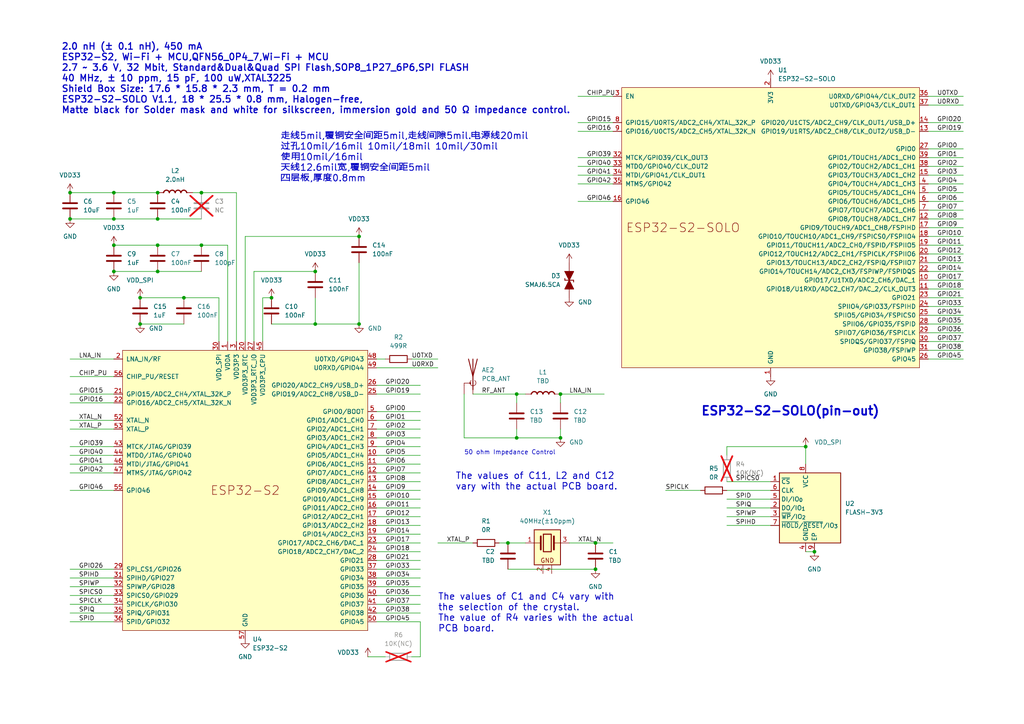
<source format=kicad_sch>
(kicad_sch (version 20250114) (generator "eeschema") (generator_version "9.0")
  (paper "A4")
  (lib_symbols
    (symbol "Device:Antenna_Shield" (pin_numbers (hide yes)) (pin_names (offset 1.016) (hide yes))
      (property "Reference" "AE" (at -1.905 4.445 0))
      (property "Value" "Antenna_Shield" (at -1.905 2.54 0))
      (symbol "Antenna_Shield_0_1"
        (arc (start 0 -2.667) (mid -0.8485 -2.1032) (end -0.508 -1.143))
        (polyline (pts (xy 0 5.08) (xy 0 -3.81)) (stroke (width 0.254)))
        (polyline (pts (xy 0 -2.54) (xy 0 0)))
        (arc (start 0.508 -1.143) (mid 0.8046 -2.0885) (end 0 -2.667))
        (polyline (pts (xy 0.762 -1.905) (xy 2.54 -1.905)))
        (circle (center 0.762 -1.905) (radius 0.1778) (fill (type outline)))
        (polyline (pts (xy 1.27 5.08) (xy 0 0) (xy -1.27 5.08)) (stroke (width 0.254)))
        (polyline (pts (xy 2.54 -2.54) (xy 2.54 -1.905)))
      )
      (symbol "Antenna_Shield_1_1"
        (pin input line (at 0 -5.08 90) (length 2.54) (name "A") (number "1"))
        (pin input line (at 2.54 -5.08 90) (length 2.54) (name "Shield") (number "2"))
      )
    )
    (symbol "Memory_Flash:W25Q128JVE"
      (property "Reference" "U" (at -6.35 11.43 0))
      (property "Value" "W25Q128JVE" (at 7.62 11.43 0))
      (symbol "W25Q128JVE_0_1"
        (rectangle (start -7.62 10.16) (end 10.16 -10.16) (stroke (width 0.254)) (fill (type background)))
      )
      (symbol "W25Q128JVE_1_1"
        (pin input line (at -10.16 7.62 0) (length 2.54) (name "~{CS}") (number "1"))
        (pin input line (at -10.16 5.08 0) (length 2.54) (name "CLK") (number "6"))
        (pin bidirectional line (at -10.16 2.54 0) (length 2.54) (name "DI/IO_{0}") (number "5"))
        (pin bidirectional line (at -10.16 0 0) (length 2.54) (name "DO/IO_{1}") (number "2"))
        (pin bidirectional line (at -10.16 -2.54 0) (length 2.54) (name "~{WP}/IO_{2}") (number "3"))
        (pin bidirectional line (at -10.16 -5.08 0) (length 2.54) (name "~{HOLD}/~{RESET}/IO_{3}") (number "7"))
        (pin power_in line (at 0 12.7 270) (length 2.54) (name "VCC") (number "8"))
        (pin power_in line (at 0 -12.7 90) (length 2.54) (name "GND") (number "4"))
        (pin passive line (at 2.54 -12.7 90) (length 2.54) (name "EP") (number "9"))
      )
    )
    (symbol "PCM_Capacitor_AKL:C_1206" (pin_numbers (hide yes)) (pin_names (offset 0.254))
      (property "Reference" "C" (at 0.635 2.54 0))
      (property "Value" "C_1206" (at 0.635 -2.54 0))
      (symbol "C_1206_0_1"
        (polyline (pts (xy -2.032 0.762) (xy 2.032 0.762)) (stroke (width 0.508)))
        (polyline (pts (xy -2.032 -0.762) (xy 2.032 -0.762)) (stroke (width 0.508)))
      )
      (symbol "C_1206_0_2"
        (polyline (pts (xy -2.54 -2.54) (xy -0.381 -0.381)))
        (polyline (pts (xy -0.508 -0.508) (xy -1.651 0.635)) (stroke (width 0.508)))
        (polyline (pts (xy -0.508 -0.508) (xy 0.635 -1.651)) (stroke (width 0.508)))
        (polyline (pts (xy 0.381 0.381) (xy 2.54 2.54)))
        (polyline (pts (xy 0.508 0.508) (xy -0.635 1.651)) (stroke (width 0.508)))
        (polyline (pts (xy 0.508 0.508) (xy 1.651 -0.635)) (stroke (width 0.508)))
      )
      (symbol "C_1206_1_1"
        (pin passive line (at 0 3.81 270) (length 2.794) (name "~") (number "1"))
        (pin passive line (at 0 -3.81 90) (length 2.794) (name "~") (number "2"))
      )
      (symbol "C_1206_1_2"
        (pin passive line (at -2.54 -2.54 90) (length 0) (name "~") (number "2"))
        (pin passive line (at 2.54 2.54 270) (length 0) (name "~") (number "1"))
      )
    )
    (symbol "PCM_Crystal_AKL:SMD3225-4" (pin_names (offset 1.016) (hide yes))
      (property "Reference" "X" (at 0 8.89 0))
      (property "Value" "SMD3225-4" (at 0 6.35 0))
      (symbol "SMD3225-4_0_1"
        (rectangle (start -3.81 3.81) (end 3.81 -6.35) (stroke (width 0.254)) (fill (type background)))
        (polyline (pts (xy -3.81 0) (xy -1.905 0)))
        (polyline (pts (xy -1.905 -1.905) (xy -1.905 1.905)) (stroke (width 0.508)))
        (rectangle (start -1.143 2.54) (end 1.143 -2.54) (stroke (width 0.3048)))
        (polyline (pts (xy 1.905 -1.905) (xy 1.905 1.905)) (stroke (width 0.508)))
        (polyline (pts (xy 3.81 0) (xy 1.905 0)))
        (text "GND" (at 0 -5.08 0) (effects (font (size 1.27 1.27))))
      )
      (symbol "SMD3225-4_1_1"
        (pin passive line (at -6.35 0 0) (length 2.54) (name "1") (number "1"))
        (pin passive line (at -1.27 -8.89 90) (length 2.54) (name "2") (number "2"))
        (pin passive line (at 1.27 -8.89 90) (length 2.54) (name "4") (number "4"))
        (pin passive line (at 6.35 0 180) (length 2.54) (name "3") (number "3"))
      )
    )
    (symbol "PCM_Diode_TVS_AKL:SMAJ6.5CA" (pin_numbers (hide yes)) (pin_names (offset 1.016) (hide yes))
      (property "Reference" "D" (at 0 5.08 0))
      (property "Value" "SMAJ6.5CA" (at 0 2.54 0))
      (symbol "SMAJ6.5CA_0_1"
        (polyline (pts (xy 0 1.27) (xy 0 -1.27)) (stroke (width 0.254)))
        (polyline (pts (xy 0 1.27) (xy 0.508 1.27)) (stroke (width 0.254)))
        (polyline (pts (xy 0 0) (xy -2.54 1.27) (xy -2.54 -1.27) (xy 0 0)) (stroke (width 0.254)) (fill (type outline)))
        (polyline (pts (xy 0 -1.27) (xy -0.508 -1.27)) (stroke (width 0.254)))
        (polyline (pts (xy 1.27 0) (xy -1.27 0)))
        (polyline (pts (xy 2.54 1.27) (xy 2.54 -1.27) (xy 0 0) (xy 2.54 1.27)) (stroke (width 0.254)) (fill (type outline)))
      )
      (symbol "SMAJ6.5CA_0_2"
        (polyline (pts (xy -3.81 -3.81) (xy 3.81 3.81)))
        (polyline (pts (xy -1.778 -1.778) (xy -2.667 -0.889) (xy 0 0) (xy -0.889 -2.667) (xy -1.778 -1.778)) (stroke (width 0.254)) (fill (type outline)))
        (polyline (pts (xy -0.889 0.889) (xy -1.27 0.508)) (stroke (width 0.254)))
        (polyline (pts (xy -0.889 0.889) (xy 0.889 -0.889)) (stroke (width 0.254)))
        (polyline (pts (xy 0.889 -0.889) (xy 1.27 -0.508)) (stroke (width 0.254)))
        (polyline (pts (xy 1.778 1.778) (xy 2.667 0.889) (xy 0 0) (xy 0.889 2.667) (xy 1.778 1.778)) (stroke (width 0.254)) (fill (type outline)))
      )
      (symbol "SMAJ6.5CA_1_1"
        (pin passive line (at -5.08 0 0) (length 2.54) (name "K") (number "1"))
        (pin passive line (at 5.08 0 180) (length 2.54) (name "A") (number "2"))
      )
      (symbol "SMAJ6.5CA_1_2"
        (pin passive line (at -3.81 -3.81 0) (length 0) (name "A") (number "2"))
        (pin passive line (at 3.81 3.81 180) (length 0) (name "K") (number "1"))
      )
    )
    (symbol "PCM_Elektuur:L" (pin_numbers (hide yes)) (pin_names (offset 0) (hide yes))
      (property "Reference" "L" (at 2.54 3.175 0))
      (property "Value" "L" (at 2.54 -3.175 0))
      (symbol "L_1_0"
        (arc (start 0 3.302) (mid 0.6604 2.5146) (end 0 1.7272) (stroke (width 0.254)))
        (arc (start 0 1.6256) (mid 0.6604 0.8382) (end 0 0.0508) (stroke (width 0.254)))
        (arc (start 0 -0.0508) (mid 0.6604 -0.8382) (end 0 -1.6256) (stroke (width 0.254)))
        (arc (start 0 -1.7272) (mid 0.6604 -2.5146) (end 0 -3.302) (stroke (width 0.254)))
        (arc (start 0 3.4036) (mid 0.762 2.5146) (end 0 1.6256) (stroke (width 0.254)))
        (arc (start 0 1.7272) (mid 0.762 0.8382) (end 0 -0.0508) (stroke (width 0.254)))
        (arc (start 0 0.0508) (mid 0.762 -0.8382) (end 0 -1.7272) (stroke (width 0.254)))
        (arc (start 0 -1.6256) (mid 0.762 -2.5146) (end 0 -3.4036) (stroke (width 0.254)))
        (polyline (pts (xy 0 3.5052) (xy 0 3.302)) (stroke (width 0.254)))
        (polyline (pts (xy 0 1.7272) (xy 0 1.6256)) (stroke (width 0.254)))
        (polyline (pts (xy 0 0.0508) (xy 0 -0.0508)) (stroke (width 0.254)))
        (polyline (pts (xy 0 -1.6256) (xy 0 -1.7272)) (stroke (width 0.254)))
        (polyline (pts (xy 0 -3.302) (xy 0 -3.5052)) (stroke (width 0.254)))
        (pin passive line (at 0 5.08 270) (length 1.5748) (name "+") (number "1"))
        (pin passive line (at 0 -5.08 90) (length 1.5748) (name "-") (number "2"))
      )
      (symbol "L_1_2"
        (rectangle (start 1.524 3.3782) (end 1.9812 -3.3782) (stroke (width 0.254)) (fill (type outline)))
      )
      (symbol "L_1_3"
        (rectangle (start 1.524 3.0988) (end 1.9812 1.9304) (stroke (width 0.254)) (fill (type outline)))
        (rectangle (start 1.524 1.4224) (end 1.9812 0.254) (stroke (width 0.254)) (fill (type outline)))
        (rectangle (start 1.524 -0.254) (end 1.9812 -1.4224) (stroke (width 0.254)) (fill (type outline)))
        (rectangle (start 1.524 -1.9304) (end 1.9812 -3.0988) (stroke (width 0.254)) (fill (type outline)))
      )
    )
    (symbol "PCM_Espressif:ESP32-S2" (pin_names (offset 1.016))
      (property "Reference" "U" (at -35.56 45.72 0))
      (property "Value" "ESP32-S2" (at -35.56 43.18 0))
      (symbol "ESP32-S2_0_0"
        (text "ESP32-S2" (at 0 0 0) (effects (font (size 2.54 2.54))))
      )
      (symbol "ESP32-S2_0_1"
        (rectangle (start -35.56 40.64) (end 35.56 -40.64) (fill (type background)))
      )
      (symbol "ESP32-S2_1_1"
        (pin bidirectional line (at -38.1 38.1 0) (length 2.54) (name "LNA_IN/RF") (number "2"))
        (pin bidirectional line (at -38.1 33.02 0) (length 2.54) (name "CHIP_PU/RESET") (number "56"))
        (pin bidirectional line (at -38.1 27.94 0) (length 2.54) (name "GPIO15/ADC2_CH4/XTAL_32K_P") (number "21"))
        (pin bidirectional line (at -38.1 25.4 0) (length 2.54) (name "GPIO16/ADC2_CH5/XTAL_32K_N") (number "22"))
        (pin output line (at -38.1 20.32 0) (length 2.54) (name "XTAL_N") (number "52"))
        (pin input line (at -38.1 17.78 0) (length 2.54) (name "XTAL_P") (number "53"))
        (pin input line (at -38.1 12.7 0) (length 2.54) (name "MTCK/JTAG/GPIO39") (number "43"))
        (pin output line (at -38.1 10.16 0) (length 2.54) (name "MTDO/JTAG/GPIO40") (number "44"))
        (pin input line (at -38.1 7.62 0) (length 2.54) (name "MTDI/JTAG/GPIO41") (number "46"))
        (pin output line (at -38.1 5.08 0) (length 2.54) (name "MTMS/JTAG/GPIO42") (number "47"))
        (pin input line (at -38.1 0 0) (length 2.54) (name "GPIO46") (number "55"))
        (pin bidirectional line (at -38.1 -22.86 0) (length 2.54) (name "SPI_CS1/GPIO26") (number "29"))
        (pin bidirectional line (at -38.1 -25.4 0) (length 2.54) (name "SPIHD/GPIO27") (number "31"))
        (pin bidirectional line (at -38.1 -27.94 0) (length 2.54) (name "SPIWP/GPIO28") (number "32"))
        (pin bidirectional line (at -38.1 -30.48 0) (length 2.54) (name "SPICS0/GPIO29") (number "33"))
        (pin bidirectional line (at -38.1 -33.02 0) (length 2.54) (name "SPICLK/GPIO30") (number "34"))
        (pin bidirectional line (at -38.1 -35.56 0) (length 2.54) (name "SPIQ/GPIO31") (number "35"))
        (pin bidirectional line (at -38.1 -38.1 0) (length 2.54) (name "SPID/GPIO32") (number "36"))
        (pin power_out line (at -7.62 43.18 270) (length 2.54) (name "VDD_SPI") (number "30"))
        (pin power_in line (at -5.08 43.18 270) (length 2.54) (name "VDDA") (number "1"))
        (pin passive line (at -5.08 43.18 270) (length 2.54) (hide yes) (name "VDDA") (number "51"))
        (pin passive line (at -5.08 43.18 270) (length 2.54) (hide yes) (name "VDDA") (number "54"))
        (pin power_in line (at -2.54 43.18 270) (length 2.54) (name "VDD3P3") (number "3"))
        (pin passive line (at -2.54 43.18 270) (length 2.54) (hide yes) (name "VDD3P3") (number "4"))
        (pin power_in line (at 0 43.18 270) (length 2.54) (name "VDD3P3_RTC") (number "20"))
        (pin power_in line (at 0 -43.18 90) (length 2.54) (name "GND") (number "57"))
        (pin power_in line (at 2.54 43.18 270) (length 2.54) (name "VDD3P3_RTC_IO") (number "27"))
        (pin power_in line (at 5.08 43.18 270) (length 2.54) (name "VDD3P3_CPU") (number "45"))
        (pin bidirectional line (at 38.1 38.1 180) (length 2.54) (name "U0TXD/GPIO43") (number "48"))
        (pin bidirectional line (at 38.1 35.56 180) (length 2.54) (name "U0RXD/GPIO44") (number "49"))
        (pin bidirectional line (at 38.1 30.48 180) (length 2.54) (name "GPIO20/ADC2_CH9/USB_D+") (number "26"))
        (pin bidirectional line (at 38.1 27.94 180) (length 2.54) (name "GPIO19/ADC2_CH8/USB_D-") (number "25"))
        (pin bidirectional line (at 38.1 22.86 180) (length 2.54) (name "GPIO0/BOOT") (number "5"))
        (pin bidirectional line (at 38.1 20.32 180) (length 2.54) (name "GPIO1/ADC1_CH0") (number "6"))
        (pin bidirectional line (at 38.1 17.78 180) (length 2.54) (name "GPIO2/ADC1_CH1") (number "7"))
        (pin bidirectional line (at 38.1 15.24 180) (length 2.54) (name "GPIO3/ADC1_CH2") (number "8"))
        (pin bidirectional line (at 38.1 12.7 180) (length 2.54) (name "GPIO4/ADC1_CH3") (number "9"))
        (pin bidirectional line (at 38.1 10.16 180) (length 2.54) (name "GPIO5/ADC1_CH4") (number "10"))
        (pin bidirectional line (at 38.1 7.62 180) (length 2.54) (name "GPIO6/ADC1_CH5") (number "11"))
        (pin bidirectional line (at 38.1 5.08 180) (length 2.54) (name "GPIO7/ADC1_CH6") (number "12"))
        (pin bidirectional line (at 38.1 2.54 180) (length 2.54) (name "GPIO8/ADC1_CH7") (number "13"))
        (pin bidirectional line (at 38.1 0 180) (length 2.54) (name "GPIO9/ADC1_CH8") (number "14"))
        (pin bidirectional line (at 38.1 -2.54 180) (length 2.54) (name "GPIO10/ADC1_CH9") (number "15"))
        (pin bidirectional line (at 38.1 -5.08 180) (length 2.54) (name "GPIO11/ADC2_CH0") (number "16"))
        (pin bidirectional line (at 38.1 -7.62 180) (length 2.54) (name "GPIO12/ADC2_CH1") (number "17"))
        (pin bidirectional line (at 38.1 -10.16 180) (length 2.54) (name "GPIO13/ADC2_CH2") (number "18"))
        (pin bidirectional line (at 38.1 -12.7 180) (length 2.54) (name "GPIO14/ADC2_CH3") (number "19"))
        (pin bidirectional line (at 38.1 -15.24 180) (length 2.54) (name "GPIO17/ADC2_CH6/DAC_1") (number "23"))
        (pin bidirectional line (at 38.1 -17.78 180) (length 2.54) (name "GPIO18/ADC2_CH7/DAC_2") (number "24"))
        (pin bidirectional line (at 38.1 -20.32 180) (length 2.54) (name "GPIO21") (number "28"))
        (pin bidirectional line (at 38.1 -22.86 180) (length 2.54) (name "GPIO33") (number "37"))
        (pin bidirectional line (at 38.1 -25.4 180) (length 2.54) (name "GPIO34") (number "38"))
        (pin bidirectional line (at 38.1 -27.94 180) (length 2.54) (name "GPIO35") (number "39"))
        (pin bidirectional line (at 38.1 -30.48 180) (length 2.54) (name "GPIO36") (number "40"))
        (pin bidirectional line (at 38.1 -33.02 180) (length 2.54) (name "GPIO37") (number "41"))
        (pin bidirectional line (at 38.1 -35.56 180) (length 2.54) (name "GPIO38") (number "42"))
        (pin bidirectional line (at 38.1 -38.1 180) (length 2.54) (name "GPIO45") (number "50"))
      )
    )
    (symbol "PCM_Espressif:ESP32-S2-SOLO" (pin_names (offset 1.016))
      (property "Reference" "U" (at -43.18 45.72 0))
      (property "Value" "ESP32-S2-SOLO" (at -43.18 43.18 0))
      (symbol "ESP32-S2-SOLO_0_1"
        (rectangle (start -43.18 40.64) (end 43.18 -40.64) (fill (type background)))
      )
      (symbol "ESP32-S2-SOLO_1_1"
        (text "ESP32-S2-SOLO" (at -25.4 0 0) (effects (font (size 2.54 2.54))))
        (pin bidirectional line (at -45.72 38.1 0) (length 2.54) (name "EN") (number "3"))
        (pin bidirectional line (at -45.72 30.48 0) (length 2.54) (name "GPIO15/U0RTS/ADC2_CH4/XTAL_32K_P") (number "8"))
        (pin bidirectional line (at -45.72 27.94 0) (length 2.54) (name "GPIO16/U0CTS/ADC2_CH5/XTAL_32K_N") (number "9"))
        (pin bidirectional line (at -45.72 20.32 0) (length 2.54) (name "MTCK/GPIO39/CLK_OUT3") (number "32"))
        (pin bidirectional line (at -45.72 17.78 0) (length 2.54) (name "MTDO/GPIO40/CLK_OUT2") (number "33"))
        (pin bidirectional line (at -45.72 15.24 0) (length 2.54) (name "MTDI/GPIO41/CLK_OUT1") (number "34"))
        (pin bidirectional line (at -45.72 12.7 0) (length 2.54) (name "MTMS/GPIO42") (number "35"))
        (pin input line (at -45.72 7.62 0) (length 2.54) (name "GPIO46") (number "16"))
        (pin power_in line (at 0 43.18 270) (length 2.54) (name "3V3") (number "2"))
        (pin power_in line (at 0 -43.18 90) (length 2.54) (name "GND") (number "1"))
        (pin passive line (at 0 -43.18 90) (length 2.54) (hide yes) (name "GND") (number "40"))
        (pin passive line (at 0 -43.18 90) (length 2.54) (hide yes) (name "GND") (number "41"))
        (pin bidirectional line (at 45.72 38.1 180) (length 2.54) (name "U0RXD/GPIO44/CLK_OUT2") (number "36"))
        (pin bidirectional line (at 45.72 35.56 180) (length 2.54) (name "U0TXD/GPIO43/CLK_OUT1") (number "37"))
        (pin bidirectional line (at 45.72 30.48 180) (length 2.54) (name "GPIO20/U1CTS/ADC2_CH9/CLK_OUT1/USB_D+") (number "14"))
        (pin bidirectional line (at 45.72 27.94 180) (length 2.54) (name "GPIO19/U1RTS/ADC2_CH8/CLK_OUT2/USB_D-") (number "13"))
        (pin bidirectional line (at 45.72 22.86 180) (length 2.54) (name "GPIO0") (number "27"))
        (pin bidirectional line (at 45.72 20.32 180) (length 2.54) (name "GPIO1/TOUCH1/ADC1_CH0") (number "39"))
        (pin bidirectional line (at 45.72 17.78 180) (length 2.54) (name "GPIO2/TOUCH2/ADC1_CH1") (number "38"))
        (pin bidirectional line (at 45.72 15.24 180) (length 2.54) (name "GPIO3/TOUCH3/ADC1_CH2") (number "15"))
        (pin bidirectional line (at 45.72 12.7 180) (length 2.54) (name "GPIO4/TOUCH4/ADC1_CH3") (number "4"))
        (pin bidirectional line (at 45.72 10.16 180) (length 2.54) (name "GPIO5/TOUCH5/ADC1_CH4") (number "5"))
        (pin bidirectional line (at 45.72 7.62 180) (length 2.54) (name "GPIO6/TOUCH6/ADC1_CH5") (number "6"))
        (pin bidirectional line (at 45.72 5.08 180) (length 2.54) (name "GPIO7/TOUCH7/ADC1_CH6") (number "7"))
        (pin bidirectional line (at 45.72 2.54 180) (length 2.54) (name "GPIO8/TOUCH8/ADC1_CH7") (number "12"))
        (pin bidirectional line (at 45.72 0 180) (length 2.54) (name "GPIO9/TOUCH9/ADC1_CH8/FSPIHD") (number "17"))
        (pin bidirectional line (at 45.72 -2.54 180) (length 2.54) (name "GPIO10/TOUCH10/ADC1_CH9/FSPICS0/FSPIIO4") (number "18"))
        (pin bidirectional line (at 45.72 -5.08 180) (length 2.54) (name "GPIO11/TOUCH11/ADC2_CH0/FSPID/FSPIIO5") (number "19"))
        (pin bidirectional line (at 45.72 -7.62 180) (length 2.54) (name "GPIO12/TOUCH12/ADC2_CH1/FSPICLK/FSPIIO6") (number "20"))
        (pin bidirectional line (at 45.72 -10.16 180) (length 2.54) (name "GPIO13/TOUCH13/ADC2_CH2/FSPIQ/FSPIIO7") (number "21"))
        (pin bidirectional line (at 45.72 -12.7 180) (length 2.54) (name "GPIO14/TOUCH14/ADC2_CH3/FSPIWP/FSPIDQS") (number "22"))
        (pin bidirectional line (at 45.72 -15.24 180) (length 2.54) (name "GPIO17/U1TXD/ADC2_CH6/DAC_1") (number "10"))
        (pin bidirectional line (at 45.72 -17.78 180) (length 2.54) (name "GPIO18/U1RXD/ADC2_CH7/DAC_2/CLK_OUT3") (number "11"))
        (pin bidirectional line (at 45.72 -20.32 180) (length 2.54) (name "GPIO21") (number "23"))
        (pin bidirectional line (at 45.72 -22.86 180) (length 2.54) (name "SPIIO4/GPIO33/FSPIHD") (number "24"))
        (pin bidirectional line (at 45.72 -25.4 180) (length 2.54) (name "SPIIO5/GPIO34/FSPICS0") (number "25"))
        (pin bidirectional line (at 45.72 -27.94 180) (length 2.54) (name "SPIIO6/GPIO35/FSPID") (number "28"))
        (pin bidirectional line (at 45.72 -30.48 180) (length 2.54) (name "SPIIO7/GPIO36/FSPICLK") (number "29"))
        (pin bidirectional line (at 45.72 -33.02 180) (length 2.54) (name "SPIDQS/GPIO37/FSPIQ") (number "30"))
        (pin bidirectional line (at 45.72 -35.56 180) (length 2.54) (name "GPIO38/FSPIWP") (number "31"))
        (pin bidirectional line (at 45.72 -38.1 180) (length 2.54) (name "GPIO45") (number "26"))
      )
    )
    (symbol "PCM_Resistor_AKL:R_1206" (pin_numbers (hide yes)) (pin_names (offset 0))
      (property "Reference" "R" (at 2.54 1.27 0))
      (property "Value" "R_1206" (at 2.54 -1.27 0))
      (symbol "R_1206_0_1"
        (rectangle (start -1.016 2.54) (end 1.016 -2.54) (stroke (width 0.254)))
      )
      (symbol "R_1206_0_2"
        (polyline (pts (xy -2.54 -2.54) (xy -1.524 -1.524)))
        (polyline (pts (xy 1.524 1.524) (xy 2.54 2.54)))
        (polyline (pts (xy 1.524 1.524) (xy 0.889 2.159) (xy -2.159 -0.889) (xy -0.889 -2.159) (xy 2.159 0.889) (xy 1.524 1.524)) (stroke (width 0.254)))
      )
      (symbol "R_1206_1_1"
        (pin passive line (at 0 3.81 270) (length 1.27) (name "~") (number "1"))
        (pin passive line (at 0 -3.81 90) (length 1.27) (name "~") (number "2"))
      )
      (symbol "R_1206_1_2"
        (pin passive line (at -2.54 -2.54 0) (length 0) (name "") (number "2"))
        (pin passive line (at 2.54 2.54 180) (length 0) (name "") (number "1"))
      )
    )
    (symbol "power:+3.3V" (power) (pin_numbers (hide yes)) (pin_names (offset 0) (hide yes))
      (property "Value" "+3.3V" (at 0 3.556 0))
      (symbol "+3.3V_0_1"
        (polyline (pts (xy -0.762 1.27) (xy 0 2.54)))
        (polyline (pts (xy 0 2.54) (xy 0.762 1.27)))
        (polyline (pts (xy 0 0) (xy 0 2.54)))
      )
      (symbol "+3.3V_1_1"
        (pin power_in line (at 0 0 90) (length 0) (name "~") (number "1"))
      )
    )
    (symbol "power:GND" (power) (pin_numbers (hide yes)) (pin_names (offset 0) (hide yes))
      (property "Value" "GND" (at 0 -3.81 0))
      (symbol "GND_0_1"
        (polyline (pts (xy 0 0) (xy 0 -1.27) (xy 1.27 -1.27) (xy 0 -2.54) (xy -1.27 -1.27) (xy 0 -1.27)))
      )
      (symbol "GND_1_1"
        (pin power_in line (at 0 0 270) (length 0) (name "~") (number "1"))
      )
    )
  )
  (text "The values of C11, L2 and C12\nvary with the actual PCB board." (exclude_from_sim yes) (at 132.08 139.7 0) (effects (font (size 1.905 1.905) (thickness 0.2381)) (justify left)))
  (text "50 ohm Impedance Control" (at 134.62 132.08 0) (effects (font (size 1.27 1.27)) (justify left bottom)))
  (text "ESP32-S2-SOLO(pin-out)" (exclude_from_sim yes) (at 203.2 119.38 0) (effects (font (size 2.54 2.54) (thickness 0.508) (bold yes)) (justify left)))
  (text "2.0 nH (± 0.1 nH), 450 mA\nESP32-S2, Wi-Fi + MCU,QFN56_0P4_7,Wi-Fi + MCU\n2.7 ~ 3.6 V, 32 Mbit, Standard&Dual&Quad SPI Flash,SOP8_1P27_6P6,SPI FLASH\n40 MHz, ± 10 ppm, 15 pF, 100 uW,XTAL3225\nShield Box Size: 17.6 * 15.8 * 2.3 mm, T = 0.2 mm\nESP32-S2-SOLO V1.1, 18 * 25.5 * 0.8 mm, Halogen-free, \nMatte black for Solder mask and white for silkscreen, immersion gold and 50 Ω impedance control." (exclude_from_sim yes) (at 17.78 22.86 0) (effects (font (size 1.905 1.905) (thickness 0.3175)) (justify left)))
  (text "走线5mil,覆铜安全间距5mil,走线间隙5mil.电源线20mil\n过孔10mil/16mil 10mil/18mil 10mil/30mil\n使用10mil/16mil\n天线12.6mil宽,覆铜安全间距5mil\n四层板,厚度0.8mm" (exclude_from_sim yes) (at 81.28 45.72 0) (effects (font (size 1.905 1.905) (thickness 0.2381)) (justify left)))
  (text "The values of C1 and C4 vary with\nthe selection of the crystal.\nThe value of R4 varies with the actual\nPCB board.\n" (exclude_from_sim yes) (at 127 177.8 0) (effects (font (size 1.905 1.905) (thickness 0.2381)) (justify left)))
  (junction (at 40.64 93.98))
  (junction (at 33.02 63.5))
  (junction (at 172.72 165.1))
  (junction (at 53.34 86.36))
  (junction (at 104.14 68.58))
  (junction (at 45.72 63.5))
  (junction (at 20.32 63.5))
  (junction (at 104.14 93.98))
  (junction (at 78.74 86.36))
  (junction (at 91.44 93.98))
  (junction (at 58.42 71.12))
  (junction (at 45.72 55.88))
  (junction (at 149.86 127))
  (junction (at 33.02 78.74))
  (junction (at 91.44 78.74))
  (junction (at 45.72 71.12))
  (junction (at 33.02 71.12))
  (junction (at 172.72 157.48))
  (junction (at 147.32 157.48))
  (junction (at 149.86 114.3))
  (junction (at 236.22 160.02))
  (junction (at 162.56 114.3))
  (junction (at 40.64 86.36))
  (junction (at 45.72 78.74))
  (junction (at 33.02 55.88))
  (junction (at 233.68 129.54))
  (junction (at 20.32 55.88))
  (junction (at 58.42 55.88))
  (junction (at 162.56 127))
  (wire (pts (xy 210.82 149.86) (xy 223.52 149.86)))
  (wire (pts (xy 269.24 96.52) (xy 279.4 96.52)))
  (wire (pts (xy 109.22 142.24) (xy 121.92 142.24)))
  (wire (pts (xy 109.22 167.64) (xy 121.92 167.64)))
  (wire (pts (xy 109.22 160.02) (xy 121.92 160.02)))
  (wire (pts (xy 109.22 157.48) (xy 121.92 157.48)))
  (wire (pts (xy 33.02 63.5) (xy 45.72 63.5)))
  (wire (pts (xy 172.72 157.48) (xy 177.8 157.48)))
  (wire (pts (xy 76.2 86.36) (xy 78.74 86.36)))
  (wire (pts (xy 71.12 68.58) (xy 71.12 99.06)))
  (wire (pts (xy 149.86 114.3) (xy 149.86 116.84)))
  (wire (pts (xy 269.24 55.88) (xy 279.4 55.88)))
  (wire (pts (xy 45.72 78.74) (xy 58.42 78.74)))
  (wire (pts (xy 167.64 53.34) (xy 177.8 53.34)))
  (wire (pts (xy 20.32 175.26) (xy 33.02 175.26)))
  (wire (pts (xy 269.24 91.44) (xy 279.4 91.44)))
  (wire (pts (xy 109.22 144.78) (xy 121.92 144.78)))
  (wire (pts (xy 269.24 50.8) (xy 279.4 50.8)))
  (wire (pts (xy 109.22 180.34) (xy 121.92 180.34)))
  (wire (pts (xy 91.44 93.98) (xy 91.44 86.36)))
  (wire (pts (xy 58.42 71.12) (xy 66.04 71.12)))
  (wire (pts (xy 121.92 190.5) (xy 121.92 180.34)))
  (wire (pts (xy 210.82 132.08) (xy 210.82 129.54)))
  (wire (pts (xy 66.04 99.06) (xy 66.04 71.12)))
  (wire (pts (xy 233.68 129.54) (xy 233.68 134.62)))
  (wire (pts (xy 119.38 104.14) (xy 127 104.14)))
  (wire (pts (xy 109.22 127) (xy 121.92 127)))
  (wire (pts (xy 269.24 60.96) (xy 279.4 60.96)))
  (wire (pts (xy 109.22 129.54) (xy 121.92 129.54)))
  (wire (pts (xy 104.14 68.58) (xy 71.12 68.58)))
  (wire (pts (xy 269.24 101.6) (xy 279.4 101.6)))
  (wire (pts (xy 210.82 147.32) (xy 223.52 147.32)))
  (wire (pts (xy 53.34 86.36) (xy 63.5 86.36)))
  (wire (pts (xy 127 157.48) (xy 137.16 157.48)))
  (wire (pts (xy 20.32 170.18) (xy 33.02 170.18)))
  (wire (pts (xy 109.22 111.76) (xy 121.92 111.76)))
  (wire (pts (xy 269.24 86.36) (xy 279.4 86.36)))
  (wire (pts (xy 40.64 86.36) (xy 53.34 86.36)))
  (wire (pts (xy 269.24 83.82) (xy 279.4 83.82)))
  (wire (pts (xy 269.24 30.48) (xy 279.4 30.48)))
  (wire (pts (xy 20.32 142.24) (xy 33.02 142.24)))
  (wire (pts (xy 20.32 132.08) (xy 33.02 132.08)))
  (wire (pts (xy 134.62 114.3) (xy 134.62 127)))
  (wire (pts (xy 45.72 63.5) (xy 58.42 63.5)))
  (wire (pts (xy 210.82 144.78) (xy 223.52 144.78)))
  (wire (pts (xy 269.24 27.94) (xy 279.4 27.94)))
  (wire (pts (xy 33.02 78.74) (xy 45.72 78.74)))
  (wire (pts (xy 269.24 104.14) (xy 279.4 104.14)))
  (wire (pts (xy 149.86 124.46) (xy 149.86 127)))
  (wire (pts (xy 20.32 121.92) (xy 33.02 121.92)))
  (wire (pts (xy 109.22 165.1) (xy 121.92 165.1)))
  (wire (pts (xy 20.32 165.1) (xy 33.02 165.1)))
  (wire (pts (xy 269.24 93.98) (xy 279.4 93.98)))
  (wire (pts (xy 20.32 55.88) (xy 33.02 55.88)))
  (wire (pts (xy 109.22 137.16) (xy 121.92 137.16)))
  (wire (pts (xy 33.02 71.12) (xy 45.72 71.12)))
  (wire (pts (xy 193.04 142.24) (xy 203.2 142.24)))
  (wire (pts (xy 55.88 55.88) (xy 58.42 55.88)))
  (wire (pts (xy 68.58 99.06) (xy 68.58 55.88)))
  (wire (pts (xy 109.22 121.92) (xy 121.92 121.92)))
  (wire (pts (xy 162.56 116.84) (xy 162.56 114.3)))
  (wire (pts (xy 109.22 124.46) (xy 121.92 124.46)))
  (wire (pts (xy 210.82 142.24) (xy 223.52 142.24)))
  (wire (pts (xy 76.2 99.06) (xy 76.2 86.36)))
  (wire (pts (xy 134.62 127) (xy 149.86 127)))
  (wire (pts (xy 109.22 162.56) (xy 121.92 162.56)))
  (wire (pts (xy 63.5 86.36) (xy 63.5 99.06)))
  (wire (pts (xy 162.56 114.3) (xy 175.26 114.3)))
  (wire (pts (xy 109.22 149.86) (xy 121.92 149.86)))
  (wire (pts (xy 167.64 50.8) (xy 177.8 50.8)))
  (wire (pts (xy 91.44 93.98) (xy 104.14 93.98)))
  (wire (pts (xy 20.32 114.3) (xy 33.02 114.3)))
  (wire (pts (xy 45.72 55.88) (xy 33.02 55.88)))
  (wire (pts (xy 106.68 190.5) (xy 111.76 190.5)))
  (wire (pts (xy 91.44 78.74) (xy 73.66 78.74)))
  (wire (pts (xy 233.68 160.02) (xy 236.22 160.02)))
  (wire (pts (xy 162.56 127) (xy 162.56 124.46)))
  (wire (pts (xy 73.66 78.74) (xy 73.66 99.06)))
  (wire (pts (xy 269.24 58.42) (xy 279.4 58.42)))
  (wire (pts (xy 269.24 48.26) (xy 279.4 48.26)))
  (wire (pts (xy 210.82 129.54) (xy 233.68 129.54)))
  (wire (pts (xy 167.64 48.26) (xy 177.8 48.26)))
  (wire (pts (xy 109.22 170.18) (xy 121.92 170.18)))
  (wire (pts (xy 20.32 63.5) (xy 33.02 63.5)))
  (wire (pts (xy 269.24 88.9) (xy 279.4 88.9)))
  (wire (pts (xy 20.32 134.62) (xy 33.02 134.62)))
  (wire (pts (xy 269.24 76.2) (xy 279.4 76.2)))
  (wire (pts (xy 269.24 43.18) (xy 279.4 43.18)))
  (wire (pts (xy 109.22 119.38) (xy 121.92 119.38)))
  (wire (pts (xy 40.64 93.98) (xy 53.34 93.98)))
  (wire (pts (xy 167.64 45.72) (xy 177.8 45.72)))
  (wire (pts (xy 167.64 35.56) (xy 177.8 35.56)))
  (wire (pts (xy 20.32 167.64) (xy 33.02 167.64)))
  (wire (pts (xy 20.32 137.16) (xy 33.02 137.16)))
  (wire (pts (xy 109.22 175.26) (xy 121.92 175.26)))
  (wire (pts (xy 269.24 63.5) (xy 279.4 63.5)))
  (wire (pts (xy 147.32 157.48) (xy 152.4 157.48)))
  (wire (pts (xy 269.24 66.04) (xy 279.4 66.04)))
  (wire (pts (xy 269.24 45.72) (xy 279.4 45.72)))
  (wire (pts (xy 167.64 58.42) (xy 177.8 58.42)))
  (wire (pts (xy 109.22 154.94) (xy 121.92 154.94)))
  (wire (pts (xy 109.22 152.4) (xy 121.92 152.4)))
  (wire (pts (xy 20.32 124.46) (xy 33.02 124.46)))
  (wire (pts (xy 147.32 165.1) (xy 172.72 165.1)))
  (wire (pts (xy 109.22 177.8) (xy 121.92 177.8)))
  (wire (pts (xy 109.22 132.08) (xy 121.92 132.08)))
  (wire (pts (xy 210.82 139.7) (xy 223.52 139.7)))
  (wire (pts (xy 152.4 114.3) (xy 149.86 114.3)))
  (wire (pts (xy 119.38 190.5) (xy 121.92 190.5)))
  (wire (pts (xy 20.32 109.22) (xy 33.02 109.22)))
  (wire (pts (xy 144.78 157.48) (xy 147.32 157.48)))
  (wire (pts (xy 269.24 38.1) (xy 279.4 38.1)))
  (wire (pts (xy 109.22 106.68) (xy 127 106.68)))
  (wire (pts (xy 269.24 35.56) (xy 279.4 35.56)))
  (wire (pts (xy 137.16 114.3) (xy 149.86 114.3)))
  (wire (pts (xy 210.82 152.4) (xy 223.52 152.4)))
  (wire (pts (xy 20.32 180.34) (xy 33.02 180.34)))
  (wire (pts (xy 20.32 104.14) (xy 33.02 104.14)))
  (wire (pts (xy 45.72 71.12) (xy 58.42 71.12)))
  (wire (pts (xy 109.22 114.3) (xy 121.92 114.3)))
  (wire (pts (xy 269.24 99.06) (xy 279.4 99.06)))
  (wire (pts (xy 269.24 71.12) (xy 279.4 71.12)))
  (wire (pts (xy 165.1 157.48) (xy 172.72 157.48)))
  (wire (pts (xy 109.22 147.32) (xy 121.92 147.32)))
  (wire (pts (xy 109.22 172.72) (xy 121.92 172.72)))
  (wire (pts (xy 269.24 68.58) (xy 279.4 68.58)))
  (wire (pts (xy 269.24 81.28) (xy 279.4 81.28)))
  (wire (pts (xy 149.86 127) (xy 162.56 127)))
  (wire (pts (xy 167.64 38.1) (xy 177.8 38.1)))
  (wire (pts (xy 269.24 53.34) (xy 279.4 53.34)))
  (wire (pts (xy 20.32 177.8) (xy 33.02 177.8)))
  (wire (pts (xy 109.22 139.7) (xy 121.92 139.7)))
  (wire (pts (xy 58.42 55.88) (xy 68.58 55.88)))
  (wire (pts (xy 109.22 134.62) (xy 121.92 134.62)))
  (wire (pts (xy 20.32 116.84) (xy 33.02 116.84)))
  (wire (pts (xy 269.24 73.66) (xy 279.4 73.66)))
  (wire (pts (xy 269.24 78.74) (xy 279.4 78.74)))
  (wire (pts (xy 78.74 93.98) (xy 91.44 93.98)))
  (wire (pts (xy 20.32 129.54) (xy 33.02 129.54)))
  (wire (pts (xy 109.22 104.14) (xy 111.76 104.14)))
  (wire (pts (xy 20.32 172.72) (xy 33.02 172.72)))
  (wire (pts (xy 167.64 27.94) (xy 177.8 27.94)))
  (wire (pts (xy 104.14 93.98) (xy 104.14 76.2)))
  (label "GPIO37" (at 111.76 175.26 0))
  (label "GPIO40" (at 170.18 48.26 0))
  (label "GPIO19" (at 111.76 114.3 0))
  (label "GPIO40" (at 22.86 132.08 0))
  (label "GPIO13" (at 271.78 76.2 0))
  (label "GPIO46" (at 170.18 58.42 0))
  (label "XTAL_N" (at 22.86 121.92 0))
  (label "GPIO18" (at 271.78 83.82 0))
  (label "GPIO39" (at 22.86 129.54 0))
  (label "GPIO26" (at 22.86 165.1 0))
  (label "GPIO7" (at 271.78 60.96 0))
  (label "GPIO35" (at 271.78 93.98 0))
  (label "GPIO13" (at 111.76 152.4 0))
  (label "GPIO11" (at 271.78 71.12 0))
  (label "GPIO3" (at 111.76 127 0))
  (label "SPID" (at 22.86 180.34 0))
  (label "GPIO10" (at 111.76 144.78 0))
  (label "GPIO16" (at 22.86 116.84 0))
  (label "GPIO3" (at 271.78 50.8 0))
  (label "SPICLK" (at 193.04 142.24 0))
  (label "GPIO5" (at 111.76 132.08 0))
  (label "SPIQ" (at 213.36 147.32 0))
  (label "GPIO21" (at 271.78 86.36 0))
  (label "GPIO18" (at 111.76 160.02 0))
  (label "U0RXD" (at 271.78 30.48 0))
  (label "GPIO20" (at 111.76 111.76 0))
  (label "GPIO8" (at 271.78 63.5 0))
  (label "GPIO41" (at 170.18 50.8 0))
  (label "GPIO12" (at 271.78 73.66 0))
  (label "GPIO42" (at 170.18 53.34 0))
  (label "GPIO33" (at 111.76 165.1 0))
  (label "GPIO36" (at 111.76 172.72 0))
  (label "GPIO19" (at 271.78 38.1 0))
  (label "SPID" (at 213.36 144.78 0))
  (label "GPIO9" (at 111.76 142.24 0))
  (label "SPICS0" (at 22.86 172.72 0))
  (label "GPIO33" (at 271.78 88.9 0))
  (label "GPIO16" (at 170.18 38.1 0))
  (label "GPIO1" (at 111.76 121.92 0))
  (label "SPIWP" (at 213.36 149.86 0))
  (label "GPIO0" (at 271.78 43.18 0))
  (label "GPIO45" (at 111.76 180.34 0))
  (label "GPIO35" (at 111.76 170.18 0))
  (label "CHIP_PU" (at 170.18 27.94 0))
  (label "GPIO17" (at 111.76 157.48 0))
  (label "GPIO14" (at 111.76 154.94 0))
  (label "GPIO4" (at 271.78 53.34 0))
  (label "GPIO6" (at 271.78 58.42 0))
  (label "GPIO15" (at 22.86 114.3 0))
  (label "GPIO11" (at 111.76 147.32 0))
  (label "SPIQ" (at 22.86 177.8 0))
  (label "GPIO12" (at 111.76 149.86 0))
  (label "GPIO42" (at 22.86 137.16 0))
  (label "SPIHD" (at 213.36 152.4 0))
  (label "GPIO36" (at 271.78 96.52 0))
  (label "GPIO10" (at 271.78 68.58 0))
  (label "GPIO5" (at 271.78 55.88 0))
  (label "SPICLK" (at 22.86 175.26 0))
  (label "LNA_IN" (at 22.86 104.14 0))
  (label "GPIO2" (at 111.76 124.46 0))
  (label "GPIO37" (at 271.78 99.06 0))
  (label "GPIO7" (at 111.76 137.16 0))
  (label "GPIO4" (at 111.76 129.54 0))
  (label "GPIO14" (at 271.78 78.74 0))
  (label "RF_ANT" (at 139.7 114.3 0))
  (label "XTAL_P" (at 22.86 124.46 0))
  (label "GPIO21" (at 111.76 162.56 0))
  (label "GPIO46" (at 22.86 142.24 0))
  (label "GPIO38" (at 111.76 177.8 0))
  (label "CHIP_PU" (at 22.86 109.22 0))
  (label "SPIWP" (at 22.86 170.18 0))
  (label "GPIO9" (at 271.78 66.04 0))
  (label "GPIO8" (at 111.76 139.7 0))
  (label "GPIO2" (at 271.78 48.26 0))
  (label "U0RXD" (at 119.38 106.68 0))
  (label "XTAL_N" (at 167.64 157.48 0))
  (label "GPIO17" (at 271.78 81.28 0))
  (label "GPIO38" (at 271.78 101.6 0))
  (label "GPIO39" (at 170.18 45.72 0))
  (label "GPIO41" (at 22.86 134.62 0))
  (label "GPIO0" (at 111.76 119.38 0))
  (label "XTAL_P" (at 129.54 157.48 0))
  (label "GPIO20" (at 271.78 35.56 0))
  (label "U0TXD" (at 271.78 27.94 0))
  (label "GPIO6" (at 111.76 134.62 0))
  (label "LNA_IN" (at 165.1 114.3 0))
  (label "GPIO34" (at 111.76 167.64 0))
  (label "GPIO15" (at 170.18 35.56 0))
  (label "SPICS0" (at 213.36 139.7 0))
  (label "GPIO34" (at 271.78 91.44 0))
  (label "GPIO1" (at 271.78 45.72 0))
  (label "SPIHD" (at 22.86 167.64 0))
  (label "GPIO45" (at 271.78 104.14 0))
  (label "U0TXD" (at 119.38 104.14 0))
  (symbol (lib_id "PCM_Capacitor_AKL:C_1206") (at 172.72 161.29 0) (mirror y) (unit 1)
    (property "Reference" "C1" (at 176.53 160.0199 0) (effects (justify right)))
    (property "Value" "TBD" (at 176.53 162.5599 0) (effects (justify right)))
    (property "Footprint" "PCM_Capacitor_SMD_AKL:C_1206_3216Metric" (effects (hide yes)))
    (property "Description" "SMD 1206 MLCC capacitor, Alternate KiCad Library" (effects (hide yes)))
  )
  (symbol (lib_id "power:GND") (at 172.72 165.1 0) (unit 1)
    (property "Reference" "#PWR04" (effects (hide yes)))
    (property "Value" "GND" (at 172.72 170.18 0))
    (property "Description" "Power symbol creates a global label with name \"GND\" , ground" (effects (hide yes)))
  )
  (symbol (lib_id "power:GND") (at 104.14 93.98 0) (unit 1)
    (property "Reference" "#PWR016" (effects (hide yes)))
    (property "Value" "GND" (at 106.68 95.2499 0) (effects (justify left)))
    (property "Description" "Power symbol creates a global label with name \"GND\" , ground" (effects (hide yes)))
  )
  (symbol (lib_id "PCM_Capacitor_AKL:C_1206") (at 33.02 59.69 0) (unit 1)
    (property "Reference" "C5" (at 36.83 58.4199 0) (effects (justify left)))
    (property "Value" "1uF" (at 36.83 60.9599 0) (effects (justify left)))
    (property "Footprint" "PCM_Capacitor_SMD_AKL:C_1206_3216Metric" (effects (hide yes)))
    (property "Description" "SMD 1206 MLCC capacitor, Alternate KiCad Library" (effects (hide yes)))
  )
  (symbol (lib_id "PCM_Diode_TVS_AKL:SMAJ6.5CA") (at 165.1 81.28 90) (unit 1)
    (property "Reference" "D3" (at 162.56 80.0099 90) (effects (justify left)))
    (property "Value" "SMAJ6.5CA" (at 162.56 82.5499 90) (effects (justify left)))
    (property "Footprint" "PCM_Diode_SMD_AKL:D_SMA_TVS" (effects (hide yes)))
    (property "Datasheet" "https://www.tme.eu/Document/dbc72d81c249fe51b6ab42300e8e06d0/SMAJ_ser.pdf" (effects (hide yes)))
    (property "Description" "SMA Bidirectional TVS Diode, 6.5V, 400W, Alternate KiCAD Library" (effects (hide yes)))
  )
  (symbol (lib_id "PCM_Elektuur:L") (at 157.48 114.3 90) (unit 1)
    (property "Reference" "L1" (at 157.48 107.95 90))
    (property "Value" "TBD" (at 157.48 110.49 90))
    (property "Description" "coil/winding/inductor/choke/reactor" (effects (hide yes)))
    (property "Indicator" "●" (effects (hide yes)))
    (property "Rating" "A" (effects (hide yes)))
  )
  (symbol (lib_id "PCM_Capacitor_AKL:C_1206") (at 91.44 82.55 0) (unit 1)
    (property "Reference" "C11" (at 95.25 81.2799 0) (effects (justify left)))
    (property "Value" "100nF" (at 95.25 83.8199 0) (effects (justify left)))
    (property "Footprint" "PCM_Capacitor_SMD_AKL:C_1206_3216Metric" (effects (hide yes)))
    (property "Description" "SMD 1206 MLCC capacitor, Alternate KiCad Library" (effects (hide yes)))
  )
  (symbol (lib_id "Device:Antenna_Shield") (at 137.16 109.22 0) (mirror y) (unit 1)
    (property "Reference" "AE2" (at 139.7 107.3149 0) (effects (justify right)))
    (property "Value" "PCB_ANT" (at 139.7 109.8549 0) (effects (justify right)))
    (property "Description" "Antenna with extra pin for shielding" (effects (hide yes)))
  )
  (symbol (lib_id "PCM_Resistor_AKL:R_1206") (at 210.82 135.89 180) (unit 1) (dnp yes)
    (property "Reference" "R4" (at 213.36 134.6199 0) (effects (justify right)))
    (property "Value" "10K(NC)" (at 213.36 137.1599 0) (effects (justify right)))
    (property "Footprint" "PCM_Resistor_SMD_AKL:R_1206_3216Metric" (effects (hide yes)))
    (property "Description" "SMD 1206 Chip Resistor, European Symbol, Alternate KiCad Library" (effects (hide yes)))
  )
  (symbol (lib_id "power:GND") (at 236.22 160.02 0) (unit 1)
    (property "Reference" "#PWR022" (effects (hide yes)))
    (property "Value" "GND" (at 236.22 165.1 0))
    (property "Description" "Power symbol creates a global label with name \"GND\" , ground" (effects (hide yes)))
  )
  (symbol (lib_id "PCM_Capacitor_AKL:C_1206") (at 147.32 161.29 0) (unit 1)
    (property "Reference" "C2" (at 143.51 160.0199 0) (effects (justify right)))
    (property "Value" "TBD" (at 143.51 162.5599 0) (effects (justify right)))
    (property "Footprint" "PCM_Capacitor_SMD_AKL:C_1206_3216Metric" (effects (hide yes)))
    (property "Description" "SMD 1206 MLCC capacitor, Alternate KiCad Library" (effects (hide yes)))
  )
  (symbol (lib_id "power:+3.3V") (at 165.1 76.2 0) (unit 1)
    (property "Reference" "#PWR024" (effects (hide yes)))
    (property "Value" "VDD33" (at 165.1 71.12 0))
    (property "Description" "Power symbol creates a global label with name \"+3.3V\"" (effects (hide yes)))
  )
  (symbol (lib_id "PCM_Capacitor_AKL:C_1206") (at 45.72 59.69 0) (unit 1)
    (property "Reference" "C4" (at 49.53 58.4199 0) (effects (justify left)))
    (property "Value" "100nF" (at 49.53 60.9599 0) (effects (justify left)))
    (property "Footprint" "PCM_Capacitor_SMD_AKL:C_1206_3216Metric" (effects (hide yes)))
    (property "Description" "SMD 1206 MLCC capacitor, Alternate KiCad Library" (effects (hide yes)))
  )
  (symbol (lib_id "power:+3.3V") (at 233.68 129.54 0) (unit 1)
    (property "Reference" "#PWR021" (effects (hide yes)))
    (property "Value" "VDD_SPI" (at 236.22 128.2699 0) (effects (justify left)))
    (property "Description" "Power symbol creates a global label with name \"+3.3V\"" (effects (hide yes)))
  )
  (symbol (lib_id "PCM_Crystal_AKL:SMD3225-4") (at 158.75 157.48 0) (unit 1)
    (property "Reference" "X1" (at 158.75 148.59 0))
    (property "Value" "40MHz(±10ppm)" (at 158.75 151.13 0))
    (property "Footprint" "PCM_Crystal_AKL:Crystal_SMD_3225-4Pin_3.2x2.5mm" (effects (hide yes)))
    (property "Description" "SMD Quartz crystal, 4 terminals, 3.2mm x 2.5mm, Alternate KiCad Library" (effects (hide yes)))
  )
  (symbol (lib_id "PCM_Capacitor_AKL:C_1206") (at 40.64 90.17 0) (unit 1)
    (property "Reference" "C15" (at 44.45 88.8999 0) (effects (justify left)))
    (property "Value" "1uF" (at 44.45 91.4399 0) (effects (justify left)))
    (property "Footprint" "PCM_Capacitor_SMD_AKL:C_1206_3216Metric" (effects (hide yes)))
    (property "Description" "SMD 1206 MLCC capacitor, Alternate KiCad Library" (effects (hide yes)))
  )
  (symbol (lib_id "PCM_Capacitor_AKL:C_1206") (at 78.74 90.17 0) (unit 1)
    (property "Reference" "C10" (at 82.55 88.8999 0) (effects (justify left)))
    (property "Value" "100nF" (at 82.55 91.4399 0) (effects (justify left)))
    (property "Footprint" "PCM_Capacitor_SMD_AKL:C_1206_3216Metric" (effects (hide yes)))
    (property "Description" "SMD 1206 MLCC capacitor, Alternate KiCad Library" (effects (hide yes)))
  )
  (symbol (lib_id "power:+3.3V") (at 104.14 68.58 0) (unit 1)
    (property "Reference" "#PWR015" (effects (hide yes)))
    (property "Value" "VDD33" (at 104.14 63.5 0))
    (property "Description" "Power symbol creates a global label with name \"+3.3V\"" (effects (hide yes)))
  )
  (symbol (lib_id "PCM_Resistor_AKL:R_1206") (at 115.57 104.14 90) (unit 1)
    (property "Reference" "R2" (at 115.57 97.79 90))
    (property "Value" "499R" (at 115.57 100.33 90))
    (property "Footprint" "PCM_Resistor_SMD_AKL:R_1206_3216Metric" (effects (hide yes)))
    (property "Description" "SMD 1206 Chip Resistor, European Symbol, Alternate KiCad Library" (effects (hide yes)))
  )
  (symbol (lib_id "PCM_Capacitor_AKL:C_1206") (at 104.14 72.39 0) (unit 1)
    (property "Reference" "C14" (at 107.95 71.1199 0) (effects (justify left)))
    (property "Value" "100nF" (at 107.95 73.6599 0) (effects (justify left)))
    (property "Footprint" "PCM_Capacitor_SMD_AKL:C_1206_3216Metric" (effects (hide yes)))
    (property "Description" "SMD 1206 MLCC capacitor, Alternate KiCad Library" (effects (hide yes)))
  )
  (symbol (lib_id "power:+3.3V") (at 223.52 22.86 0) (unit 1)
    (property "Reference" "#PWR019" (effects (hide yes)))
    (property "Value" "VDD33" (at 223.52 17.78 0))
    (property "Description" "Power symbol creates a global label with name \"+3.3V\"" (effects (hide yes)))
  )
  (symbol (lib_id "PCM_Espressif:ESP32-S2-SOLO") (at 223.52 66.04 0) (unit 1)
    (property "Reference" "U1" (at 225.6633 20.32 0) (effects (justify left)))
    (property "Value" "ESP32-S2-SOLO" (at 225.6633 22.86 0) (effects (justify left)))
    (property "Footprint" "PCM_Espressif:ESP32-S2-SOLO" (effects (hide yes)))
    (property "Datasheet" "https://www.espressif.com/sites/default/files/documentation/esp32-s2-solo_esp32-s2-solo-u_datasheet_en.pdf" (effects (hide yes)))
    (property "Description" "ESP32-S2-SOLO and ESP32-S2-SOLO-U are two powerful, generic Wi-Fi MCU modules that have a rich set of peripherals." (effects (hide yes)))
  )
  (symbol (lib_id "power:GND") (at 40.64 93.98 0) (unit 1)
    (property "Reference" "#PWR012" (effects (hide yes)))
    (property "Value" "GND" (at 43.18 95.2499 0) (effects (justify left)))
    (property "Description" "Power symbol creates a global label with name \"GND\" , ground" (effects (hide yes)))
  )
  (symbol (lib_id "power:GND") (at 20.32 63.5 0) (unit 1)
    (property "Reference" "#PWR08" (effects (hide yes)))
    (property "Value" "GND" (at 20.32 68.58 0))
    (property "Description" "Power symbol creates a global label with name \"GND\" , ground" (effects (hide yes)))
  )
  (symbol (lib_id "PCM_Resistor_AKL:R_1206") (at 115.57 190.5 90) (unit 1) (dnp yes)
    (property "Reference" "R6" (at 115.57 184.15 90))
    (property "Value" "10K(NC)" (at 115.57 186.69 90))
    (property "Footprint" "PCM_Resistor_SMD_AKL:R_1206_3216Metric" (effects (hide yes)))
    (property "Description" "SMD 1206 Chip Resistor, European Symbol, Alternate KiCad Library" (effects (hide yes)))
  )
  (symbol (lib_id "power:+3.3V") (at 40.64 86.36 0) (unit 1)
    (property "Reference" "#PWR014" (effects (hide yes)))
    (property "Value" "VDD_SPI" (at 40.64 81.28 0))
    (property "Description" "Power symbol creates a global label with name \"+3.3V\"" (effects (hide yes)))
  )
  (symbol (lib_id "Memory_Flash:W25Q128JVE") (at 233.68 147.32 0) (unit 1)
    (property "Reference" "U2" (at 245.11 146.0499 0) (effects (justify left)))
    (property "Value" "FLASH-3V3" (at 245.11 148.5899 0) (effects (justify left)))
    (property "Footprint" "Package_SON:WSON-8-1EP_8x6mm_P1.27mm_EP3.4x4.3mm" (effects (hide yes)))
    (property "Datasheet" "https://www.winbond.com/resource-files/w25q128jv_dtr%20revc%2003272018%20plus.pdf" (effects (hide yes)))
    (property "Description" "128Mbit / 16MiB Serial Flash Memory, Standard/Dual/Quad SPI, 2.7-3.6V, WSON-8" (effects (hide yes)))
  )
  (symbol (lib_id "power:+3.3V") (at 33.02 71.12 0) (unit 1)
    (property "Reference" "#PWR09" (effects (hide yes)))
    (property "Value" "VDD33" (at 33.02 66.04 0))
    (property "Description" "Power symbol creates a global label with name \"+3.3V\"" (effects (hide yes)))
  )
  (symbol (lib_id "power:+3.3V") (at 106.68 190.5 0) (unit 1)
    (property "Reference" "#PWR023" (effects (hide yes)))
    (property "Value" "VDD33" (at 104.14 189.2299 0) (effects (justify right)))
    (property "Description" "Power symbol creates a global label with name \"+3.3V\"" (effects (hide yes)))
  )
  (symbol (lib_id "power:GND") (at 223.52 109.22 0) (unit 1)
    (property "Reference" "#PWR018" (effects (hide yes)))
    (property "Value" "GND" (at 223.52 114.3 0))
    (property "Description" "Power symbol creates a global label with name \"GND\" , ground" (effects (hide yes)))
  )
  (symbol (lib_id "PCM_Resistor_AKL:R_1206") (at 140.97 157.48 90) (unit 1)
    (property "Reference" "R1" (at 140.97 151.13 90))
    (property "Value" "0R" (at 140.97 153.67 90))
    (property "Footprint" "PCM_Resistor_SMD_AKL:R_1206_3216Metric" (effects (hide yes)))
    (property "Description" "SMD 1206 Chip Resistor, European Symbol, Alternate KiCad Library" (effects (hide yes)))
  )
  (symbol (lib_id "PCM_Capacitor_AKL:C_1206") (at 162.56 120.65 0) (unit 1)
    (property "Reference" "C12" (at 166.37 119.3799 0) (effects (justify left)))
    (property "Value" "TBD" (at 166.37 121.9199 0) (effects (justify left)))
    (property "Footprint" "PCM_Capacitor_SMD_AKL:C_1206_3216Metric" (effects (hide yes)))
    (property "Description" "SMD 1206 MLCC capacitor, Alternate KiCad Library" (effects (hide yes)))
  )
  (symbol (lib_id "PCM_Capacitor_AKL:C_1206") (at 58.42 74.93 0) (unit 1)
    (property "Reference" "C8" (at 62.23 73.6599 0) (effects (justify left)))
    (property "Value" "100pF" (at 62.23 76.1999 0) (effects (justify left)))
    (property "Footprint" "PCM_Capacitor_SMD_AKL:C_1206_3216Metric" (effects (hide yes)))
    (property "Description" "SMD 1206 MLCC capacitor, Alternate KiCad Library" (effects (hide yes)))
  )
  (symbol (lib_id "PCM_Capacitor_AKL:C_1206") (at 58.42 59.69 0) (unit 1) (dnp yes)
    (property "Reference" "C3" (at 62.23 58.4199 0) (effects (justify left)))
    (property "Value" "NC" (at 62.23 60.9599 0) (effects (justify left)))
    (property "Footprint" "PCM_Capacitor_SMD_AKL:C_1206_3216Metric" (effects (hide yes)))
    (property "Description" "SMD 1206 MLCC capacitor, Alternate KiCad Library" (effects (hide yes)))
  )
  (symbol (lib_id "power:GND") (at 71.12 185.42 0) (unit 1)
    (property "Reference" "#PWR05" (effects (hide yes)))
    (property "Value" "GND" (at 71.12 190.5 0))
    (property "Description" "Power symbol creates a global label with name \"GND\" , ground" (effects (hide yes)))
  )
  (symbol (lib_id "power:+3.3V") (at 20.32 55.88 0) (unit 1)
    (property "Reference" "#PWR07" (effects (hide yes)))
    (property "Value" "VDD33" (at 20.32 50.8 0))
    (property "Description" "Power symbol creates a global label with name \"+3.3V\"" (effects (hide yes)))
  )
  (symbol (lib_id "power:+3.3V") (at 91.44 78.74 0) (unit 1)
    (property "Reference" "#PWR013" (effects (hide yes)))
    (property "Value" "VDD33" (at 91.44 73.66 0))
    (property "Description" "Power symbol creates a global label with name \"+3.3V\"" (effects (hide yes)))
  )
  (symbol (lib_id "PCM_Capacitor_AKL:C_1206") (at 20.32 59.69 0) (unit 1)
    (property "Reference" "C6" (at 24.13 58.4199 0) (effects (justify left)))
    (property "Value" "10uF" (at 24.13 60.9599 0) (effects (justify left)))
    (property "Footprint" "PCM_Capacitor_SMD_AKL:C_1206_3216Metric" (effects (hide yes)))
    (property "Description" "SMD 1206 MLCC capacitor, Alternate KiCad Library" (effects (hide yes)))
  )
  (symbol (lib_id "PCM_Capacitor_AKL:C_1206") (at 149.86 120.65 0) (unit 1)
    (property "Reference" "C13" (at 153.67 119.3799 0) (effects (justify left)))
    (property "Value" "TBD" (at 153.67 121.9199 0) (effects (justify left)))
    (property "Footprint" "PCM_Capacitor_SMD_AKL:C_1206_3216Metric" (effects (hide yes)))
    (property "Description" "SMD 1206 MLCC capacitor, Alternate KiCad Library" (effects (hide yes)))
  )
  (symbol (lib_id "PCM_Resistor_AKL:R_1206") (at 207.01 142.24 90) (unit 1)
    (property "Reference" "R5" (at 207.01 135.89 90))
    (property "Value" "0R" (at 207.01 138.43 90))
    (property "Footprint" "PCM_Resistor_SMD_AKL:R_1206_3216Metric" (effects (hide yes)))
    (property "Description" "SMD 1206 Chip Resistor, European Symbol, Alternate KiCad Library" (effects (hide yes)))
  )
  (symbol (lib_id "power:GND") (at 162.56 127 0) (unit 1)
    (property "Reference" "#PWR06" (effects (hide yes)))
    (property "Value" "GND" (at 165.1 128.2699 0) (effects (justify left)))
    (property "Description" "Power symbol creates a global label with name \"GND\" , ground" (effects (hide yes)))
  )
  (symbol (lib_id "power:GND") (at 33.02 78.74 0) (unit 1)
    (property "Reference" "#PWR010" (effects (hide yes)))
    (property "Value" "GND" (at 33.02 83.82 0))
    (property "Description" "Power symbol creates a global label with name \"GND\" , ground" (effects (hide yes)))
  )
  (symbol (lib_id "PCM_Elektuur:L") (at 50.8 55.88 90) (unit 1)
    (property "Reference" "L2" (at 50.8 49.53 90))
    (property "Value" "2.0nH" (at 50.8 52.07 90))
    (property "Description" "coil/winding/inductor/choke/reactor" (effects (hide yes)))
    (property "Indicator" "●" (effects (hide yes)))
    (property "Rating" "A" (effects (hide yes)))
  )
  (symbol (lib_id "PCM_Capacitor_AKL:C_1206") (at 53.34 90.17 0) (unit 1)
    (property "Reference" "C16" (at 57.15 88.8999 0) (effects (justify left)))
    (property "Value" "100nF" (at 57.15 91.4399 0) (effects (justify left)))
    (property "Footprint" "PCM_Capacitor_SMD_AKL:C_1206_3216Metric" (effects (hide yes)))
    (property "Description" "SMD 1206 MLCC capacitor, Alternate KiCad Library" (effects (hide yes)))
  )
  (symbol (lib_id "power:GND") (at 165.1 86.36 0) (unit 1)
    (property "Reference" "#PWR020" (effects (hide yes)))
    (property "Value" "GND" (at 167.64 87.6299 0) (effects (justify left)))
    (property "Description" "Power symbol creates a global label with name \"GND\" , ground" (effects (hide yes)))
  )
  (symbol (lib_id "PCM_Capacitor_AKL:C_1206") (at 45.72 74.93 0) (unit 1)
    (property "Reference" "C7" (at 49.53 73.6599 0) (effects (justify left)))
    (property "Value" "100nF" (at 49.53 76.1999 0) (effects (justify left)))
    (property "Footprint" "PCM_Capacitor_SMD_AKL:C_1206_3216Metric" (effects (hide yes)))
    (property "Description" "SMD 1206 MLCC capacitor, Alternate KiCad Library" (effects (hide yes)))
  )
  (symbol (lib_id "PCM_Capacitor_AKL:C_1206") (at 33.02 74.93 0) (unit 1)
    (property "Reference" "C9" (at 36.83 73.6599 0) (effects (justify left)))
    (property "Value" "1uF" (at 36.83 76.1999 0) (effects (justify left)))
    (property "Footprint" "PCM_Capacitor_SMD_AKL:C_1206_3216Metric" (effects (hide yes)))
    (property "Description" "SMD 1206 MLCC capacitor, Alternate KiCad Library" (effects (hide yes)))
  )
  (symbol (lib_id "power:+3.3V") (at 78.74 86.36 0) (unit 1)
    (property "Reference" "#PWR011" (effects (hide yes)))
    (property "Value" "VDD33" (at 78.74 81.28 0))
    (property "Description" "Power symbol creates a global label with name \"+3.3V\"" (effects (hide yes)))
  )
  (symbol (lib_id "PCM_Espressif:ESP32-S2") (at 71.12 142.24 0) (unit 1)
    (property "Reference" "U4" (at 73.2633 185.42 0) (effects (justify left)))
    (property "Value" "ESP32-S2" (at 73.2633 187.96 0) (effects (justify left)))
    (property "Footprint" "Package_DFN_QFN:QFN-56-1EP_7x7mm_P0.4mm_EP5.6x5.6mm" (effects (hide yes)))
    (property "Datasheet" "https://www.espressif.com/sites/default/files/documentation/esp32-s2_datasheet_en.pdf" (effects (hide yes)))
    (property "Description" "ESP32-S2 family is a highly-integrated, low-power, 2.4GHz Wi-Fi System-on-Chip (SoC) solution." (effects (hide yes)))
  )
)
</source>
